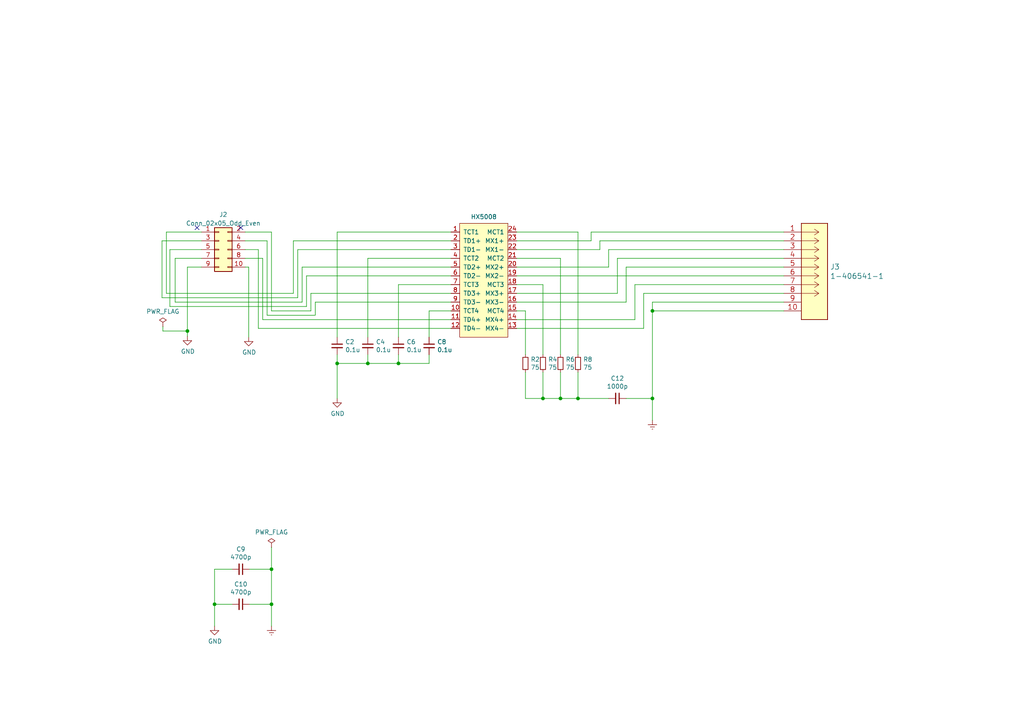
<source format=kicad_sch>
(kicad_sch (version 20230121) (generator eeschema)
  (paper "A4")
  (lib_symbols
    (symbol "Connector_Generic:Conn_02x05_Odd_Even" (pin_names (offset 1.016) hide)
      (property "Reference" "J" (at 1.27 7.62 0))
      (property "Value" "Conn_02x05_Odd_Even" (at 1.27 -7.62 0))
      (symbol "Conn_02x05_Odd_Even_1_1"
        (rectangle (start -1.27 -4.953) (end 0 -5.207) (stroke (width 0.1524)))
        (rectangle (start -1.27 -2.413) (end 0 -2.667) (stroke (width 0.1524)))
        (rectangle (start -1.27 0.127) (end 0 -0.127) (stroke (width 0.1524)))
        (rectangle (start -1.27 2.667) (end 0 2.413) (stroke (width 0.1524)))
        (rectangle (start -1.27 5.207) (end 0 4.953) (stroke (width 0.1524)))
        (rectangle (start -1.27 6.35) (end 3.81 -6.35) (stroke (width 0.254)) (fill (type background)))
        (rectangle (start 3.81 -4.953) (end 2.54 -5.207) (stroke (width 0.1524)))
        (rectangle (start 3.81 -2.413) (end 2.54 -2.667) (stroke (width 0.1524)))
        (rectangle (start 3.81 0.127) (end 2.54 -0.127) (stroke (width 0.1524)))
        (rectangle (start 3.81 2.667) (end 2.54 2.413) (stroke (width 0.1524)))
        (rectangle (start 3.81 5.207) (end 2.54 4.953) (stroke (width 0.1524)))
        (pin passive line (at -5.08 5.08 0) (length 3.81) (name "Pin_1") (number "1"))
        (pin passive line (at 7.62 -5.08 180) (length 3.81) (name "Pin_10") (number "10"))
        (pin passive line (at 7.62 5.08 180) (length 3.81) (name "Pin_2") (number "2"))
        (pin passive line (at -5.08 2.54 0) (length 3.81) (name "Pin_3") (number "3"))
        (pin passive line (at 7.62 2.54 180) (length 3.81) (name "Pin_4") (number "4"))
        (pin passive line (at -5.08 0 0) (length 3.81) (name "Pin_5") (number "5"))
        (pin passive line (at 7.62 0 180) (length 3.81) (name "Pin_6") (number "6"))
        (pin passive line (at -5.08 -2.54 0) (length 3.81) (name "Pin_7") (number "7"))
        (pin passive line (at 7.62 -2.54 180) (length 3.81) (name "Pin_8") (number "8"))
        (pin passive line (at -5.08 -5.08 0) (length 3.81) (name "Pin_9") (number "9"))
      )
    )
    (symbol "Device:C_Small" (pin_numbers hide) (pin_names (offset 0.254) hide)
      (property "Reference" "C" (at 0.254 1.778 0))
      (property "Value" "C_Small" (at 0.254 -2.032 0))
      (symbol "C_Small_0_1"
        (polyline (pts (xy -1.524 -0.508) (xy 1.524 -0.508)) (stroke (width 0.3302)))
        (polyline (pts (xy -1.524 0.508) (xy 1.524 0.508)) (stroke (width 0.3048)))
      )
      (symbol "C_Small_1_1"
        (pin passive line (at 0 2.54 270) (length 2.032) (name "~") (number "1"))
        (pin passive line (at 0 -2.54 90) (length 2.032) (name "~") (number "2"))
      )
    )
    (symbol "Device:R_Small" (pin_numbers hide) (pin_names (offset 0.254) hide)
      (property "Reference" "R" (at 0.762 0.508 0))
      (property "Value" "R_Small" (at 0.762 -1.016 0))
      (symbol "R_Small_0_1"
        (rectangle (start -0.762 1.778) (end 0.762 -1.778) (stroke (width 0.2032)))
      )
      (symbol "R_Small_1_1"
        (pin passive line (at 0 2.54 270) (length 0.762) (name "~") (number "1"))
        (pin passive line (at 0 -2.54 90) (length 0.762) (name "~") (number "2"))
      )
    )
    (symbol "HX5008:HX5008" (pin_names (offset 1.016))
      (property "Reference" "T" (at -6.35 16.51 0))
      (property "Value" "HX5008" (at 0 16.51 0))
      (symbol "HX5008_0_1"
        (rectangle (start -7.62 -19.05) (end 6.35 13.97) (fill (type background)))
      )
      (symbol "HX5008_1_1"
        (pin input line (at -10.16 11.43 0) (length 2.54) (name "TCT1") (number "1"))
        (pin input line (at -10.16 -11.43 0) (length 2.54) (name "TCT4") (number "10"))
        (pin input line (at -10.16 -13.97 0) (length 2.54) (name "TD4+") (number "11"))
        (pin input line (at -10.16 -16.51 0) (length 2.54) (name "TD4-") (number "12"))
        (pin input line (at 8.89 -16.51 180) (length 2.54) (name "MX4-") (number "13"))
        (pin input line (at 8.89 -13.97 180) (length 2.54) (name "MX4+") (number "14"))
        (pin input line (at 8.89 -11.43 180) (length 2.54) (name "MCT4") (number "15"))
        (pin input line (at 8.89 -8.89 180) (length 2.54) (name "MX3-") (number "16"))
        (pin input line (at 8.89 -6.35 180) (length 2.54) (name "MX3+") (number "17"))
        (pin input line (at 8.89 -3.81 180) (length 2.54) (name "MCT3") (number "18"))
        (pin input line (at 8.89 -1.27 180) (length 2.54) (name "MX2-") (number "19"))
        (pin input line (at -10.16 8.89 0) (length 2.54) (name "TD1+") (number "2"))
        (pin input line (at 8.89 1.27 180) (length 2.54) (name "MX2+") (number "20"))
        (pin input line (at 8.89 3.81 180) (length 2.54) (name "MCT2") (number "21"))
        (pin input line (at 8.89 6.35 180) (length 2.54) (name "MX1-") (number "22"))
        (pin input line (at 8.89 8.89 180) (length 2.54) (name "MX1+") (number "23"))
        (pin input line (at 8.89 11.43 180) (length 2.54) (name "MCT1") (number "24"))
        (pin input line (at -10.16 6.35 0) (length 2.54) (name "TD1-") (number "3"))
        (pin input line (at -10.16 3.81 0) (length 2.54) (name "TCT2") (number "4"))
        (pin input line (at -10.16 1.27 0) (length 2.54) (name "TD2+") (number "5"))
        (pin input line (at -10.16 -1.27 0) (length 2.54) (name "TD2-") (number "6"))
        (pin input line (at -10.16 -3.81 0) (length 2.54) (name "TCT3") (number "7"))
        (pin input line (at -10.16 -6.35 0) (length 2.54) (name "TD3+") (number "8"))
        (pin input line (at -10.16 -8.89 0) (length 2.54) (name "TD3-") (number "9"))
      )
    )
    (symbol "MJ406541:1-406541-1" (pin_names (offset 0.254) hide)
      (property "Reference" "J" (at 8.89 6.35 0))
      (property "Value" "1-406541-1" (at 10.16 -10.16 0))
      (symbol "1-406541-1_0_1"
        (rectangle (start 12.7 -25.4) (end 5.08 2.54) (stroke (width 0.2032)) (fill (type background)))
      )
      (symbol "1-406541-1_1_1"
        (polyline (pts (xy 5.08 -25.4) (xy 12.7 -25.4)) (stroke (width 0.127)))
        (polyline (pts (xy 5.08 2.54) (xy 5.08 -25.4)) (stroke (width 0.127)))
        (polyline (pts (xy 10.16 -17.78) (xy 5.08 -17.78)) (stroke (width 0.127)))
        (polyline (pts (xy 10.16 -17.78) (xy 8.89 -18.6182)) (stroke (width 0.127)))
        (polyline (pts (xy 10.16 -17.78) (xy 8.89 -16.9418)) (stroke (width 0.127)))
        (polyline (pts (xy 10.16 -15.24) (xy 5.08 -15.24)) (stroke (width 0.127)))
        (polyline (pts (xy 10.16 -15.24) (xy 8.89 -16.0782)) (stroke (width 0.127)))
        (polyline (pts (xy 10.16 -15.24) (xy 8.89 -14.4018)) (stroke (width 0.127)))
        (polyline (pts (xy 10.16 -12.7) (xy 5.08 -12.7)) (stroke (width 0.127)))
        (polyline (pts (xy 10.16 -12.7) (xy 8.89 -13.5382)) (stroke (width 0.127)))
        (polyline (pts (xy 10.16 -12.7) (xy 8.89 -11.8618)) (stroke (width 0.127)))
        (polyline (pts (xy 10.16 -10.16) (xy 5.08 -10.16)) (stroke (width 0.127)))
        (polyline (pts (xy 10.16 -10.16) (xy 8.89 -10.9982)) (stroke (width 0.127)))
        (polyline (pts (xy 10.16 -10.16) (xy 8.89 -9.3218)) (stroke (width 0.127)))
        (polyline (pts (xy 10.16 -7.62) (xy 5.08 -7.62)) (stroke (width 0.127)))
        (polyline (pts (xy 10.16 -7.62) (xy 8.89 -8.4582)) (stroke (width 0.127)))
        (polyline (pts (xy 10.16 -7.62) (xy 8.89 -6.7818)) (stroke (width 0.127)))
        (polyline (pts (xy 10.16 -5.08) (xy 5.08 -5.08)) (stroke (width 0.127)))
        (polyline (pts (xy 10.16 -5.08) (xy 8.89 -5.9182)) (stroke (width 0.127)))
        (polyline (pts (xy 10.16 -5.08) (xy 8.89 -4.2418)) (stroke (width 0.127)))
        (polyline (pts (xy 10.16 -2.54) (xy 5.08 -2.54)) (stroke (width 0.127)))
        (polyline (pts (xy 10.16 -2.54) (xy 8.89 -3.3782)) (stroke (width 0.127)))
        (polyline (pts (xy 10.16 -2.54) (xy 8.89 -1.7018)) (stroke (width 0.127)))
        (polyline (pts (xy 10.16 0) (xy 5.08 0)) (stroke (width 0.127)))
        (polyline (pts (xy 10.16 0) (xy 8.89 -0.8382)) (stroke (width 0.127)))
        (polyline (pts (xy 10.16 0) (xy 8.89 0.8382)) (stroke (width 0.127)))
        (polyline (pts (xy 12.7 -25.4) (xy 12.7 2.54)) (stroke (width 0.127)))
        (polyline (pts (xy 12.7 2.54) (xy 5.08 2.54)) (stroke (width 0.127)))
        (pin output line (at 0 0 0) (length 5.08) (name "1") (number "1"))
        (pin input line (at 0 -22.86 0) (length 5.08) (name "SHIELD") (number "10"))
        (pin output line (at 0 -2.54 0) (length 5.08) (name "2") (number "2"))
        (pin output line (at 0 -5.08 0) (length 5.08) (name "3") (number "3"))
        (pin output line (at 0 -7.62 0) (length 5.08) (name "4") (number "4"))
        (pin output line (at 0 -10.16 0) (length 5.08) (name "5") (number "5"))
        (pin output line (at 0 -12.7 0) (length 5.08) (name "6") (number "6"))
        (pin output line (at 0 -15.24 0) (length 5.08) (name "7") (number "7"))
        (pin output line (at 0 -17.78 0) (length 5.08) (name "8") (number "8"))
        (pin input line (at 0 -20.32 0) (length 5.08) (name "SHIELD") (number "9"))
      )
    )
    (symbol "power:Earth" (power) (pin_names (offset 0))
      (symbol "Earth_0_1"
        (polyline (pts (xy -0.635 -1.905) (xy 0.635 -1.905)))
        (polyline (pts (xy -0.127 -2.54) (xy 0.127 -2.54)))
        (polyline (pts (xy 0 -1.27) (xy 0 0)))
        (polyline (pts (xy 1.27 -1.27) (xy -1.27 -1.27)))
      )
      (symbol "Earth_1_1"
        (pin power_in line (at 0 0 270) (length 0) hide (name "Earth") (number "1"))
      )
    )
    (symbol "power:GND" (power) (pin_names (offset 0))
      (property "Value" "GND" (at 0 -3.81 0))
      (symbol "GND_0_1"
        (polyline (pts (xy 0 0) (xy 0 -1.27) (xy 1.27 -1.27) (xy 0 -2.54) (xy -1.27 -1.27) (xy 0 -1.27)))
      )
      (symbol "GND_1_1"
        (pin power_in line (at 0 0 270) (length 0) hide (name "GND") (number "1"))
      )
    )
    (symbol "power:PWR_FLAG" (power) (pin_numbers hide) (pin_names (offset 0) hide)
      (property "Value" "PWR_FLAG" (at 0 3.81 0))
      (symbol "PWR_FLAG_0_0"
        (pin power_out line (at 0 0 90) (length 0) (name "pwr") (number "1"))
      )
      (symbol "PWR_FLAG_0_1"
        (polyline (pts (xy 0 0) (xy 0 1.27) (xy -1.016 1.905) (xy 0 2.54) (xy 1.016 1.905) (xy 0 1.27)))
      )
    )
  )
  (junction (at 115.57 105.41))
  (junction (at 54.356 96.012))
  (junction (at 106.68 105.41))
  (junction (at 167.64 115.57))
  (junction (at 78.74 165.1))
  (junction (at 189.23 115.57))
  (junction (at 162.56 115.57))
  (junction (at 97.79 105.41))
  (junction (at 189.23 90.17))
  (junction (at 157.48 115.57))
  (junction (at 78.74 175.26))
  (junction (at 62.23 175.26))
  (no_connect (at 69.85 66.04))
  (no_connect (at 57.15 66.04))
  (wire (pts (xy 87.63 77.47) (xy 130.81 77.47)))
  (wire (pts (xy 181.61 115.57) (xy 189.23 115.57)))
  (wire (pts (xy 87.63 87.63) (xy 87.63 77.47)))
  (wire (pts (xy 184.15 92.71) (xy 184.15 82.55)))
  (wire (pts (xy 149.86 80.01) (xy 227.33 80.01)))
  (wire (pts (xy 71.12 74.93) (xy 76.2 74.93)))
  (wire (pts (xy 77.47 69.85) (xy 77.47 91.44)))
  (wire (pts (xy 115.57 102.87) (xy 115.57 105.41)))
  (wire (pts (xy 149.86 67.31) (xy 167.64 67.31)))
  (wire (pts (xy 186.69 95.25) (xy 186.69 85.09)))
  (wire (pts (xy 227.33 90.17) (xy 189.23 90.17)))
  (wire (pts (xy 72.39 165.1) (xy 78.74 165.1)))
  (wire (pts (xy 88.9 88.9) (xy 49.276 88.9)))
  (wire (pts (xy 149.86 82.55) (xy 157.48 82.55)))
  (wire (pts (xy 50.8 87.63) (xy 87.63 87.63)))
  (wire (pts (xy 115.57 105.41) (xy 124.46 105.41)))
  (wire (pts (xy 176.53 115.57) (xy 167.64 115.57)))
  (wire (pts (xy 106.68 105.41) (xy 115.57 105.41)))
  (wire (pts (xy 48.26 67.31) (xy 58.42 67.31)))
  (wire (pts (xy 157.48 82.55) (xy 157.48 102.87)))
  (wire (pts (xy 58.42 77.47) (xy 54.356 77.47)))
  (wire (pts (xy 85.09 69.85) (xy 130.81 69.85)))
  (wire (pts (xy 184.15 82.55) (xy 227.33 82.55)))
  (wire (pts (xy 176.53 72.39) (xy 227.33 72.39)))
  (wire (pts (xy 46.99 86.36) (xy 86.36 86.36)))
  (wire (pts (xy 62.23 175.26) (xy 67.31 175.26)))
  (wire (pts (xy 46.99 69.85) (xy 46.99 86.36)))
  (wire (pts (xy 227.33 87.63) (xy 189.23 87.63)))
  (wire (pts (xy 72.136 77.47) (xy 72.136 97.79)))
  (wire (pts (xy 71.12 77.47) (xy 72.136 77.47)))
  (wire (pts (xy 97.79 115.57) (xy 97.79 105.41)))
  (wire (pts (xy 86.36 72.39) (xy 130.81 72.39)))
  (wire (pts (xy 49.276 88.9) (xy 49.276 72.39)))
  (wire (pts (xy 78.74 175.26) (xy 78.74 181.61)))
  (wire (pts (xy 179.07 85.09) (xy 179.07 74.93)))
  (wire (pts (xy 97.79 67.31) (xy 97.79 97.79)))
  (wire (pts (xy 91.44 91.44) (xy 91.44 87.63)))
  (wire (pts (xy 76.2 92.71) (xy 130.81 92.71)))
  (wire (pts (xy 106.68 97.79) (xy 106.68 74.93)))
  (wire (pts (xy 162.56 74.93) (xy 149.86 74.93)))
  (wire (pts (xy 173.99 72.39) (xy 173.99 69.85)))
  (wire (pts (xy 173.99 69.85) (xy 227.33 69.85)))
  (wire (pts (xy 86.36 86.36) (xy 86.36 72.39)))
  (wire (pts (xy 77.47 91.44) (xy 91.44 91.44)))
  (wire (pts (xy 78.74 165.1) (xy 78.74 175.26)))
  (wire (pts (xy 74.93 72.39) (xy 74.93 95.25)))
  (wire (pts (xy 149.86 85.09) (xy 179.07 85.09)))
  (wire (pts (xy 167.64 115.57) (xy 162.56 115.57)))
  (wire (pts (xy 50.8 74.93) (xy 58.42 74.93)))
  (wire (pts (xy 90.17 90.17) (xy 90.17 85.09)))
  (wire (pts (xy 171.45 67.31) (xy 227.33 67.31)))
  (wire (pts (xy 115.57 82.55) (xy 115.57 97.79)))
  (wire (pts (xy 149.86 95.25) (xy 186.69 95.25)))
  (wire (pts (xy 186.69 85.09) (xy 227.33 85.09)))
  (wire (pts (xy 130.81 80.01) (xy 88.9 80.01)))
  (wire (pts (xy 85.09 85.09) (xy 85.09 69.85)))
  (wire (pts (xy 91.44 87.63) (xy 130.81 87.63)))
  (wire (pts (xy 72.39 175.26) (xy 78.74 175.26)))
  (wire (pts (xy 124.46 102.87) (xy 124.46 105.41)))
  (wire (pts (xy 149.86 72.39) (xy 173.99 72.39)))
  (wire (pts (xy 48.26 85.09) (xy 85.09 85.09)))
  (wire (pts (xy 167.64 67.31) (xy 167.64 102.87)))
  (wire (pts (xy 189.23 121.92) (xy 189.23 115.57)))
  (wire (pts (xy 71.12 67.31) (xy 78.74 67.31)))
  (wire (pts (xy 152.4 90.17) (xy 152.4 102.87)))
  (wire (pts (xy 50.8 74.93) (xy 50.8 87.63)))
  (wire (pts (xy 54.356 96.012) (xy 54.356 97.536)))
  (wire (pts (xy 88.9 80.01) (xy 88.9 88.9)))
  (wire (pts (xy 189.23 90.17) (xy 189.23 115.57)))
  (wire (pts (xy 78.74 67.31) (xy 78.74 90.17)))
  (wire (pts (xy 90.17 85.09) (xy 130.81 85.09)))
  (wire (pts (xy 189.23 87.63) (xy 189.23 90.17)))
  (wire (pts (xy 181.61 77.47) (xy 227.33 77.47)))
  (wire (pts (xy 130.81 82.55) (xy 115.57 82.55)))
  (wire (pts (xy 71.12 69.85) (xy 77.47 69.85)))
  (wire (pts (xy 162.56 115.57) (xy 157.48 115.57)))
  (wire (pts (xy 149.86 92.71) (xy 184.15 92.71)))
  (wire (pts (xy 124.46 90.17) (xy 124.46 97.79)))
  (wire (pts (xy 47.244 94.742) (xy 47.244 96.012)))
  (wire (pts (xy 162.56 102.87) (xy 162.56 74.93)))
  (wire (pts (xy 47.244 96.012) (xy 54.356 96.012)))
  (wire (pts (xy 54.356 77.47) (xy 54.356 96.012)))
  (wire (pts (xy 176.53 77.47) (xy 176.53 72.39)))
  (wire (pts (xy 76.2 74.93) (xy 76.2 92.71)))
  (wire (pts (xy 78.74 90.17) (xy 90.17 90.17)))
  (wire (pts (xy 149.86 90.17) (xy 152.4 90.17)))
  (wire (pts (xy 78.74 158.75) (xy 78.74 165.1)))
  (wire (pts (xy 97.79 105.41) (xy 106.68 105.41)))
  (wire (pts (xy 48.26 67.31) (xy 48.26 85.09)))
  (wire (pts (xy 130.81 67.31) (xy 97.79 67.31)))
  (wire (pts (xy 181.61 87.63) (xy 181.61 77.47)))
  (wire (pts (xy 157.48 107.95) (xy 157.48 115.57)))
  (wire (pts (xy 167.64 107.95) (xy 167.64 115.57)))
  (wire (pts (xy 46.99 69.85) (xy 58.42 69.85)))
  (wire (pts (xy 179.07 74.93) (xy 227.33 74.93)))
  (wire (pts (xy 106.68 74.93) (xy 130.81 74.93)))
  (wire (pts (xy 171.45 69.85) (xy 149.86 69.85)))
  (wire (pts (xy 152.4 115.57) (xy 152.4 107.95)))
  (wire (pts (xy 149.86 87.63) (xy 181.61 87.63)))
  (wire (pts (xy 130.81 90.17) (xy 124.46 90.17)))
  (wire (pts (xy 149.86 77.47) (xy 176.53 77.47)))
  (wire (pts (xy 62.23 165.1) (xy 67.31 165.1)))
  (wire (pts (xy 106.68 102.87) (xy 106.68 105.41)))
  (wire (pts (xy 162.56 107.95) (xy 162.56 115.57)))
  (wire (pts (xy 97.79 105.41) (xy 97.79 102.87)))
  (wire (pts (xy 49.276 72.39) (xy 58.42 72.39)))
  (wire (pts (xy 74.93 95.25) (xy 130.81 95.25)))
  (wire (pts (xy 62.23 165.1) (xy 62.23 175.26)))
  (wire (pts (xy 157.48 115.57) (xy 152.4 115.57)))
  (wire (pts (xy 171.45 67.31) (xy 171.45 69.85)))
  (wire (pts (xy 62.23 175.26) (xy 62.23 181.61)))
  (wire (pts (xy 71.12 72.39) (xy 74.93 72.39)))
  (symbol (lib_id "power:GND") (at 72.136 97.79 0) (unit 1)
    (property "Reference" "#PWR02" (effects hide))
    (property "Value" "GND" (at 72.263 102.1842 0))
  )
  (symbol (lib_id "power:Earth") (at 78.74 181.61 0) (unit 1)
    (property "Reference" "#PWR06" (effects hide))
    (property "Value" "Earth" (effects hide))
    (instances (project "i5ether" (path "" (reference "#PWR06") (unit 1)) (path "" (reference "#PWR05") (unit 1))))
  )
  (symbol (lib_id "Device:C_Small") (at 97.79 100.33 0) (unit 1)
    (property "Reference" "C2" (at 100.1268 99.1616 0) (effects (justify left)))
    (property "Value" "0.1u" (at 100.1268 101.473 0) (effects (justify left)))
    (property "Footprint" "Capacitor_SMD:C_0402_1005Metric" (effects hide))
    (instances (project "i5ether" (path "" (reference "C2") (unit 1)) (path "" (reference "C1") (unit 1))))
  )
  (symbol (lib_id "Device:C_Small") (at 124.46 100.33 0) (unit 1)
    (property "Reference" "C8" (at 126.7968 99.1616 0) (effects (justify left)))
    (property "Value" "0.1u" (at 126.7968 101.473 0) (effects (justify left)))
    (property "Footprint" "Capacitor_SMD:C_0402_1005Metric" (effects hide))
    (instances (project "i5ether" (path "" (reference "C8") (unit 1)) (path "" (reference "C4") (unit 1))))
  )
  (symbol (lib_id "power:PWR_FLAG") (at 47.244 94.742 0) (unit 1)
    (property "Reference" "#FLG01" (effects hide))
    (property "Value" "PWR_FLAG" (at 47.244 90.3478 0))
  )
  (symbol (lib_id "Device:C_Small") (at 179.07 115.57 270) (unit 1)
    (property "Reference" "C12" (at 179.07 109.7534 90))
    (property "Value" "1000p" (at 179.07 112.0648 90))
    (property "Footprint" "Capacitor_SMD:C_0402_1005Metric" (effects hide))
    (instances (project "i5ether" (path "" (reference "C12") (unit 1)) (path "" (reference "C7") (unit 1))))
  )
  (symbol (lib_id "Connector_Generic:Conn_02x05_Odd_Even") (at 63.5 72.39 0) (unit 1)
    (property "Reference" "J2" (at 64.77 62.23 0))
    (property "Value" "Conn_02x05_Odd_Even" (at 64.77 64.77 0))
    (property "Footprint" "Connector_PinHeader_2.54mm:PinHeader_2x05_P2.54mm_Vertical" (effects hide))
    (instances (project "i5ether" (path "" (reference "J2") (unit 1)) (path "" (reference "J1") (unit 1))))
  )
  (symbol (lib_id "power:PWR_FLAG") (at 78.74 158.75 0) (unit 1)
    (property "Reference" "#FLG02" (effects hide))
    (property "Value" "PWR_FLAG" (at 78.74 154.3558 0))
  )
  (symbol (lib_id "Device:C_Small") (at 106.68 100.33 0) (unit 1)
    (property "Reference" "C4" (at 109.0168 99.1616 0) (effects (justify left)))
    (property "Value" "0.1u" (at 109.0168 101.473 0) (effects (justify left)))
    (property "Footprint" "Capacitor_SMD:C_0402_1005Metric" (effects hide))
    (instances (project "i5ether" (path "" (reference "C4") (unit 1)) (path "" (reference "C2") (unit 1))))
  )
  (symbol (lib_id "power:Earth") (at 189.23 121.92 0) (unit 1)
    (property "Reference" "#PWR08" (effects hide))
    (property "Value" "Earth" (effects hide))
    (instances (project "i5ether" (path "" (reference "#PWR08") (unit 1)) (path "" (reference "#PWR06") (unit 1))))
  )
  (symbol (lib_id "Device:R_Small") (at 162.56 105.41 0) (unit 1)
    (property "Reference" "R6" (at 164.0586 104.2416 0) (effects (justify left)))
    (property "Value" "75" (at 164.0586 106.553 0) (effects (justify left)))
    (property "Footprint" "Resistor_SMD:R_0402_1005Metric" (effects hide))
    (instances (project "i5ether" (path "" (reference "R6") (unit 1)) (path "" (reference "R3") (unit 1))))
  )
  (symbol (lib_id "Device:R_Small") (at 157.48 105.41 0) (unit 1)
    (property "Reference" "R4" (at 158.9786 104.2416 0) (effects (justify left)))
    (property "Value" "75" (at 158.9786 106.553 0) (effects (justify left)))
    (property "Footprint" "Resistor_SMD:R_0402_1005Metric" (effects hide))
    (instances (project "i5ether" (path "" (reference "R4") (unit 1)) (path "" (reference "R2") (unit 1))))
  )
  (symbol (lib_id "Device:R_Small") (at 152.4 105.41 0) (unit 1)
    (property "Reference" "R2" (at 153.8986 104.2416 0) (effects (justify left)))
    (property "Value" "75" (at 153.8986 106.553 0) (effects (justify left)))
    (property "Footprint" "Resistor_SMD:R_0402_1005Metric" (effects hide))
    (instances (project "i5ether" (path "" (reference "R2") (unit 1)) (path "" (reference "R1") (unit 1))))
  )
  (symbol (lib_id "Device:C_Small") (at 115.57 100.33 0) (unit 1)
    (property "Reference" "C6" (at 117.9068 99.1616 0) (effects (justify left)))
    (property "Value" "0.1u" (at 117.9068 101.473 0) (effects (justify left)))
    (property "Footprint" "Capacitor_SMD:C_0402_1005Metric" (effects hide))
    (instances (project "i5ether" (path "" (reference "C6") (unit 1)) (path "" (reference "C3") (unit 1))))
  )
  (symbol (lib_id "power:GND") (at 62.23 181.61 0) (unit 1)
    (property "Reference" "#PWR05" (effects hide))
    (property "Value" "GND" (at 62.357 186.0042 0))
    (instances (project "i5ether" (path "" (reference "#PWR05") (unit 1)) (path "" (reference "#PWR04") (unit 1))))
  )
  (symbol (lib_id "Device:C_Small") (at 69.85 175.26 270) (unit 1)
    (property "Reference" "C10" (at 69.85 169.4434 90))
    (property "Value" "4700p" (at 69.85 171.7548 90))
    (property "Footprint" "Resistor_SMD:R_1812_4532Metric" (effects hide))
    (instances (project "i5ether" (path "" (reference "C10") (unit 1)) (path "" (reference "C6") (unit 1))))
  )
  (symbol (lib_id "power:GND") (at 97.79 115.57 0) (unit 1)
    (property "Reference" "#PWR04" (effects hide))
    (property "Value" "GND" (at 97.917 119.9642 0))
    (instances (project "i5ether" (path "" (reference "#PWR04") (unit 1)) (path "" (reference "#PWR03") (unit 1))))
  )
  (symbol (lib_id "Device:R_Small") (at 167.64 105.41 0) (unit 1)
    (property "Reference" "R8" (at 169.1386 104.2416 0) (effects (justify left)))
    (property "Value" "75" (at 169.1386 106.553 0) (effects (justify left)))
    (property "Footprint" "Resistor_SMD:R_0402_1005Metric" (effects hide))
    (instances (project "i5ether" (path "" (reference "R8") (unit 1)) (path "" (reference "R4") (unit 1))))
  )
  (symbol (lib_id "power:GND") (at 54.356 97.536 0) (unit 1)
    (property "Reference" "#PWR01" (effects hide))
    (property "Value" "GND" (at 54.483 101.9302 0))
  )
  (symbol (lib_id "MJ406541:1-406541-1") (at 227.33 67.31 0) (unit 1)
    (property "Reference" "J3" (at 240.7412 77.3938 0) (effects (font (size 1.524 1.524)) (justify left)))
    (property "Value" "1-406541-1" (at 240.7412 80.0862 0) (effects (font (size 1.524 1.524)) (justify left)))
    (property "Footprint" "MJ406541:1-406541-1" (effects hide))
    (instances (project "i5ether" (path "" (reference "J3") (unit 1)) (path "" (reference "J2") (unit 1))))
  )
  (symbol (lib_id "Device:C_Small") (at 69.85 165.1 270) (unit 1)
    (property "Reference" "C9" (at 69.85 159.2834 90))
    (property "Value" "4700p" (at 69.85 161.5948 90))
    (property "Footprint" "Resistor_SMD:R_1812_4532Metric" (effects hide))
    (instances (project "i5ether" (path "" (reference "C9") (unit 1)) (path "" (reference "C5") (unit 1))))
  )
  (symbol (lib_id "HX5008:HX5008") (at 140.97 78.74 0) (unit 1)
    (property "Reference" "T2" (effects hide))
    (property "Value" "HX5008" (at 140.335 62.8904 0))
    (property "Footprint" "HX5008:HX5008NL" (effects hide))
    (instances (project "i5ether" (path "" (reference "T2") (unit 1)) (path "" (reference "T1") (unit 1))))
  )
)
</source>
